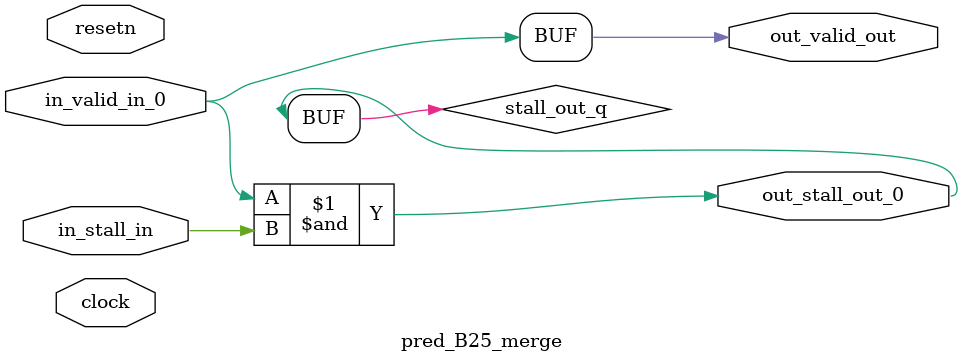
<source format=sv>



(* altera_attribute = "-name AUTO_SHIFT_REGISTER_RECOGNITION OFF; -name MESSAGE_DISABLE 10036; -name MESSAGE_DISABLE 10037; -name MESSAGE_DISABLE 14130; -name MESSAGE_DISABLE 14320; -name MESSAGE_DISABLE 15400; -name MESSAGE_DISABLE 14130; -name MESSAGE_DISABLE 10036; -name MESSAGE_DISABLE 12020; -name MESSAGE_DISABLE 12030; -name MESSAGE_DISABLE 12010; -name MESSAGE_DISABLE 12110; -name MESSAGE_DISABLE 14320; -name MESSAGE_DISABLE 13410; -name MESSAGE_DISABLE 113007; -name MESSAGE_DISABLE 10958" *)
module pred_B25_merge (
    input wire [0:0] in_stall_in,
    input wire [0:0] in_valid_in_0,
    output wire [0:0] out_stall_out_0,
    output wire [0:0] out_valid_out,
    input wire clock,
    input wire resetn
    );

    wire [0:0] stall_out_q;


    // stall_out(LOGICAL,6)
    assign stall_out_q = in_valid_in_0 & in_stall_in;

    // out_stall_out_0(GPOUT,4)
    assign out_stall_out_0 = stall_out_q;

    // out_valid_out(GPOUT,5)
    assign out_valid_out = in_valid_in_0;

endmodule

</source>
